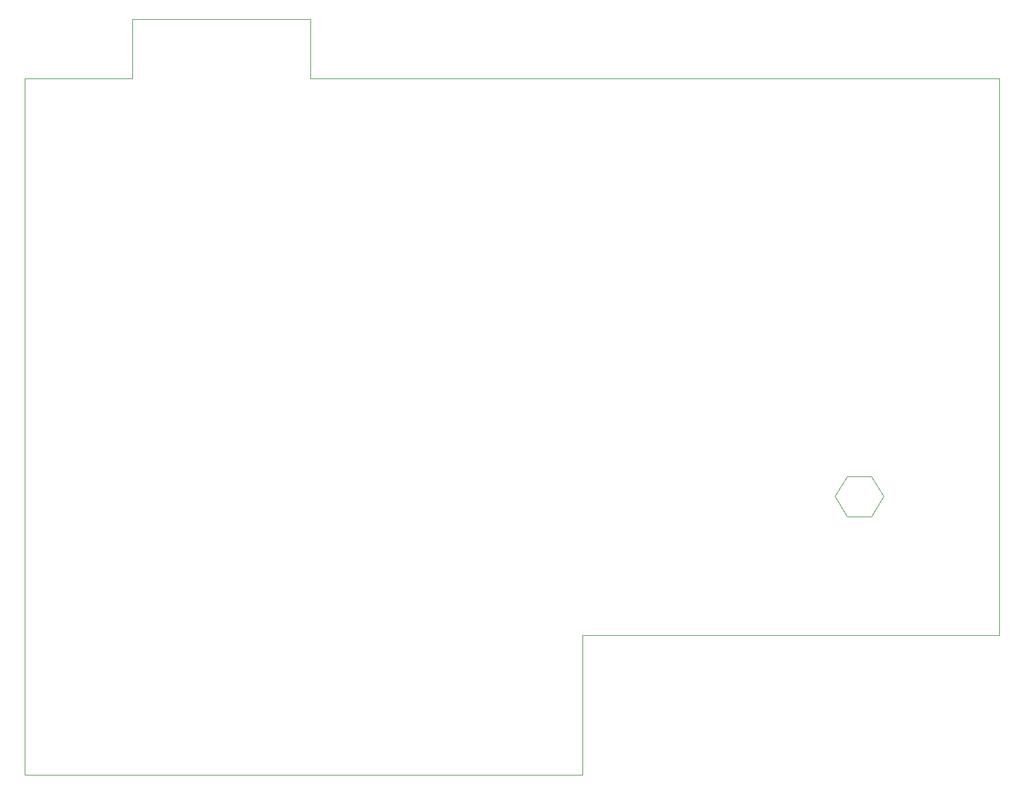
<source format=gbr>
%TF.GenerationSoftware,KiCad,Pcbnew,(7.0.0-0)*%
%TF.CreationDate,2023-04-16T10:11:04+09:00*%
%TF.ProjectId,pcb,7063622e-6b69-4636-9164-5f7063625858,rev?*%
%TF.SameCoordinates,Original*%
%TF.FileFunction,Profile,NP*%
%FSLAX46Y46*%
G04 Gerber Fmt 4.6, Leading zero omitted, Abs format (unit mm)*
G04 Created by KiCad (PCBNEW (7.0.0-0)) date 2023-04-16 10:11:04*
%MOMM*%
%LPD*%
G01*
G04 APERTURE LIST*
%TA.AperFunction,Profile*%
%ADD10C,0.100000*%
%TD*%
%TA.AperFunction,Profile*%
%ADD11C,0.050000*%
%TD*%
G04 APERTURE END LIST*
D10*
X202912400Y-28500000D02*
X202912400Y-20340000D01*
X188200000Y-123900000D02*
X264541000Y-123900000D01*
X227304600Y-20340000D02*
X227304600Y-28500000D01*
X202912400Y-20340000D02*
X227304600Y-20340000D01*
X264541000Y-104749600D02*
X321640000Y-104749600D01*
X321640000Y-28500000D02*
X321640000Y-104749600D01*
X227304600Y-28500000D02*
X321640000Y-28500000D01*
X188200000Y-123900000D02*
X188200000Y-28500000D01*
X264541000Y-104749600D02*
X264541000Y-123900000D01*
X188200000Y-28500000D02*
X202912400Y-28500000D01*
D11*
%TO.C,REF\u002A\u002A*%
X299143400Y-85770000D02*
X300801700Y-88520000D01*
X300801700Y-83020000D02*
X299143400Y-85770000D01*
X304118300Y-83020000D02*
X300801700Y-83020000D01*
X304118300Y-83020000D02*
X305776600Y-85770000D01*
X304118300Y-88520000D02*
X300801700Y-88520000D01*
X305776600Y-85770000D02*
X304118300Y-88520000D01*
%TD*%
M02*

</source>
